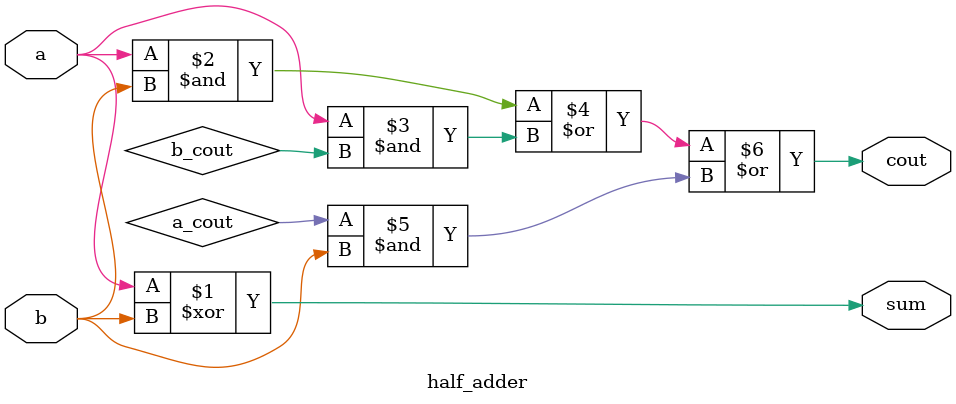
<source format=v>
module half_adder( 
input a, b,
output cout, sum );

// Full adder is a 4-bit adder with carry in.
assign sum = a ^ b;
assign cout = (a & b) | (a & b_cout) | (a_cout & b);

endmodule

</source>
